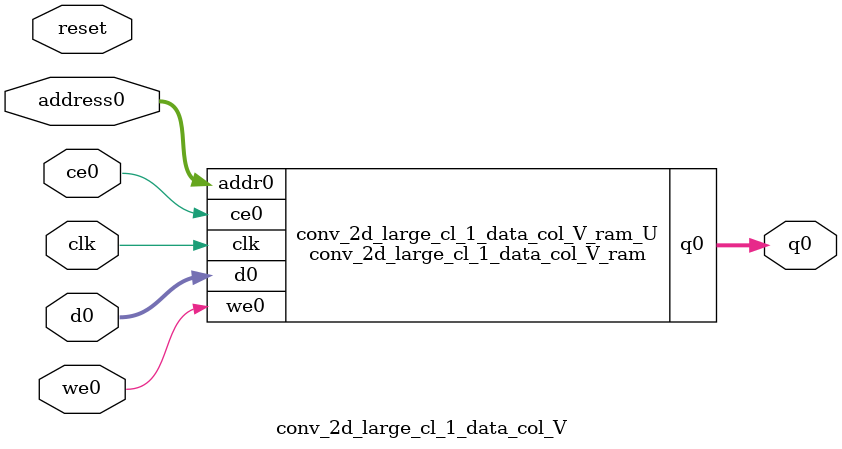
<source format=v>
`timescale 1 ns / 1 ps
module conv_2d_large_cl_1_data_col_V_ram (addr0, ce0, d0, we0, q0,  clk);

parameter DWIDTH = 14;
parameter AWIDTH = 4;
parameter MEM_SIZE = 16;

input[AWIDTH-1:0] addr0;
input ce0;
input[DWIDTH-1:0] d0;
input we0;
output reg[DWIDTH-1:0] q0;
input clk;

(* ram_style = "distributed" *)reg [DWIDTH-1:0] ram[0:MEM_SIZE-1];




always @(posedge clk)  
begin 
    if (ce0) 
    begin
        if (we0) 
        begin 
            ram[addr0] <= d0; 
        end 
        q0 <= ram[addr0];
    end
end


endmodule

`timescale 1 ns / 1 ps
module conv_2d_large_cl_1_data_col_V(
    reset,
    clk,
    address0,
    ce0,
    we0,
    d0,
    q0);

parameter DataWidth = 32'd14;
parameter AddressRange = 32'd16;
parameter AddressWidth = 32'd4;
input reset;
input clk;
input[AddressWidth - 1:0] address0;
input ce0;
input we0;
input[DataWidth - 1:0] d0;
output[DataWidth - 1:0] q0;



conv_2d_large_cl_1_data_col_V_ram conv_2d_large_cl_1_data_col_V_ram_U(
    .clk( clk ),
    .addr0( address0 ),
    .ce0( ce0 ),
    .we0( we0 ),
    .d0( d0 ),
    .q0( q0 ));

endmodule


</source>
